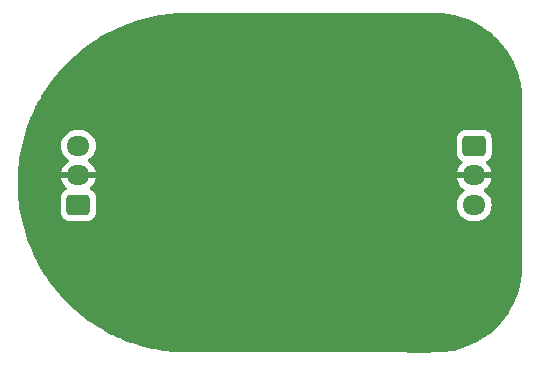
<source format=gbl>
G04 #@! TF.GenerationSoftware,KiCad,Pcbnew,7.0.2-0*
G04 #@! TF.CreationDate,2023-12-21T10:07:40-08:00*
G04 #@! TF.ProjectId,MM Skirt,4d4d2053-6b69-4727-942e-6b696361645f,rev?*
G04 #@! TF.SameCoordinates,Original*
G04 #@! TF.FileFunction,Copper,L2,Bot*
G04 #@! TF.FilePolarity,Positive*
%FSLAX46Y46*%
G04 Gerber Fmt 4.6, Leading zero omitted, Abs format (unit mm)*
G04 Created by KiCad (PCBNEW 7.0.2-0) date 2023-12-21 10:07:40*
%MOMM*%
%LPD*%
G01*
G04 APERTURE LIST*
G04 Aperture macros list*
%AMRoundRect*
0 Rectangle with rounded corners*
0 $1 Rounding radius*
0 $2 $3 $4 $5 $6 $7 $8 $9 X,Y pos of 4 corners*
0 Add a 4 corners polygon primitive as box body*
4,1,4,$2,$3,$4,$5,$6,$7,$8,$9,$2,$3,0*
0 Add four circle primitives for the rounded corners*
1,1,$1+$1,$2,$3*
1,1,$1+$1,$4,$5*
1,1,$1+$1,$6,$7*
1,1,$1+$1,$8,$9*
0 Add four rect primitives between the rounded corners*
20,1,$1+$1,$2,$3,$4,$5,0*
20,1,$1+$1,$4,$5,$6,$7,0*
20,1,$1+$1,$6,$7,$8,$9,0*
20,1,$1+$1,$8,$9,$2,$3,0*%
G04 Aperture macros list end*
G04 #@! TA.AperFunction,ComponentPad*
%ADD10RoundRect,0.250000X-0.725000X0.600000X-0.725000X-0.600000X0.725000X-0.600000X0.725000X0.600000X0*%
G04 #@! TD*
G04 #@! TA.AperFunction,ComponentPad*
%ADD11O,1.950000X1.700000*%
G04 #@! TD*
G04 #@! TA.AperFunction,ComponentPad*
%ADD12RoundRect,0.250000X0.725000X-0.600000X0.725000X0.600000X-0.725000X0.600000X-0.725000X-0.600000X0*%
G04 #@! TD*
G04 #@! TA.AperFunction,ViaPad*
%ADD13C,0.800000*%
G04 #@! TD*
G04 APERTURE END LIST*
D10*
X140191000Y-90464000D03*
D11*
X140191000Y-92964000D03*
X140191000Y-95464000D03*
D12*
X106680000Y-95464000D03*
D11*
X106680000Y-92964000D03*
X106680000Y-90464000D03*
D13*
X129590800Y-93675200D03*
X118262400Y-104343200D03*
X121970800Y-98704400D03*
X125679200Y-93014800D03*
X129336800Y-87680800D03*
X113233200Y-88290400D03*
X125679200Y-99364800D03*
X116890800Y-82346800D03*
G04 #@! TA.AperFunction,Conductor*
G36*
X131490829Y-79221103D02*
G01*
X131515492Y-79221103D01*
X132081625Y-79221103D01*
X132081629Y-79221104D01*
X132106292Y-79221104D01*
X132667787Y-79221104D01*
X132667791Y-79221106D01*
X132717115Y-79221106D01*
X133248890Y-79221107D01*
X133248894Y-79221109D01*
X133322884Y-79221109D01*
X133824517Y-79221111D01*
X133824521Y-79221113D01*
X133923175Y-79221113D01*
X134394248Y-79221116D01*
X134394252Y-79221118D01*
X134542233Y-79221119D01*
X134957662Y-79221123D01*
X134957664Y-79221124D01*
X134957665Y-79221124D01*
X135056207Y-79221128D01*
X135345918Y-79221143D01*
X135346375Y-79221144D01*
X135346376Y-79221145D01*
X135672171Y-79221263D01*
X135723395Y-79221318D01*
X135966657Y-79221578D01*
X135967255Y-79221579D01*
X135967256Y-79221580D01*
X136228874Y-79222187D01*
X136229359Y-79222189D01*
X136229360Y-79222190D01*
X136462802Y-79223191D01*
X136670178Y-79224685D01*
X136937980Y-79228058D01*
X137162030Y-79233087D01*
X137406216Y-79242872D01*
X137409702Y-79243063D01*
X137610391Y-79256944D01*
X137615188Y-79257369D01*
X137841799Y-79281927D01*
X137844693Y-79282275D01*
X137888032Y-79288012D01*
X137890502Y-79288365D01*
X138148452Y-79327944D01*
X138152819Y-79328614D01*
X138156767Y-79329285D01*
X138368917Y-79368892D01*
X138372566Y-79369631D01*
X138597925Y-79418896D01*
X138601821Y-79419814D01*
X138839129Y-79479950D01*
X138843245Y-79481071D01*
X139091381Y-79553313D01*
X139095761Y-79554677D01*
X139353687Y-79640278D01*
X139358215Y-79641879D01*
X139625437Y-79742291D01*
X139629246Y-79743797D01*
X139811110Y-79819225D01*
X139814238Y-79820574D01*
X139999680Y-79903619D01*
X140002890Y-79905112D01*
X140191034Y-79995901D01*
X140194216Y-79997493D01*
X140385067Y-80096551D01*
X140388238Y-80098258D01*
X140581375Y-80205913D01*
X140584390Y-80207649D01*
X140754785Y-80308997D01*
X140757709Y-80310792D01*
X140938321Y-80425096D01*
X140941453Y-80427145D01*
X141127083Y-80552628D01*
X141130699Y-80555072D01*
X141134000Y-80557382D01*
X141330427Y-80699676D01*
X141333864Y-80702258D01*
X141535863Y-80859547D01*
X141535983Y-80859640D01*
X141539523Y-80862502D01*
X141745909Y-81035741D01*
X141749516Y-81038890D01*
X141958684Y-81228702D01*
X141962327Y-81232145D01*
X142173162Y-81439612D01*
X142176172Y-81442677D01*
X142281242Y-81553537D01*
X142316256Y-81590480D01*
X142318671Y-81593103D01*
X142458578Y-81749490D01*
X142460968Y-81752242D01*
X142599966Y-81917117D01*
X142602312Y-81919986D01*
X142629392Y-81954136D01*
X142739898Y-82093489D01*
X142742280Y-82096592D01*
X142894673Y-82301740D01*
X142896933Y-82304884D01*
X143018202Y-82479255D01*
X143020307Y-82482382D01*
X143145783Y-82675044D01*
X143147970Y-82678526D01*
X143275588Y-82889452D01*
X143277810Y-82893277D01*
X143405634Y-83122635D01*
X143407848Y-83126791D01*
X143533933Y-83374725D01*
X143536099Y-83379205D01*
X143658693Y-83646283D01*
X143660426Y-83650238D01*
X143738893Y-83838182D01*
X143740225Y-83841509D01*
X143815744Y-84038194D01*
X143817010Y-84041643D01*
X143888926Y-84246950D01*
X143890108Y-84250494D01*
X143957797Y-84464343D01*
X143958901Y-84468028D01*
X144021898Y-84690856D01*
X144022706Y-84693859D01*
X144071632Y-84885114D01*
X144072461Y-84888557D01*
X144124694Y-85120115D01*
X144133185Y-85157754D01*
X144134228Y-85162881D01*
X144180956Y-85420159D01*
X144181850Y-85425824D01*
X144216600Y-85684746D01*
X144217205Y-85690148D01*
X144241837Y-85964414D01*
X144242120Y-85968230D01*
X144253769Y-86166427D01*
X144262190Y-86382282D01*
X144267792Y-86617481D01*
X144271101Y-86875902D01*
X144272636Y-87161025D01*
X144272922Y-87477442D01*
X144272480Y-87827368D01*
X144272480Y-87827369D01*
X144271832Y-88215733D01*
X144271832Y-88215734D01*
X144271593Y-88425358D01*
X144271593Y-88425359D01*
X144271500Y-88645900D01*
X144271500Y-88645901D01*
X144271499Y-88989208D01*
X144271499Y-90757104D01*
X144271500Y-90757114D01*
X144271500Y-93160263D01*
X144271501Y-93160273D01*
X144271501Y-93452218D01*
X144271501Y-93795526D01*
X144271501Y-93795527D01*
X144271501Y-94138835D01*
X144271500Y-94482143D01*
X144271500Y-94482144D01*
X144271500Y-94825452D01*
X144271500Y-95168760D01*
X144271499Y-95512068D01*
X144271499Y-95512069D01*
X144271499Y-95855377D01*
X144271498Y-96198685D01*
X144271498Y-96198686D01*
X144271498Y-96541994D01*
X144271497Y-96885302D01*
X144271497Y-96885303D01*
X144271496Y-97228610D01*
X144271496Y-97228611D01*
X144271494Y-97571919D01*
X144271494Y-97571920D01*
X144271493Y-97915227D01*
X144271493Y-97915228D01*
X144271492Y-98258536D01*
X144271492Y-98258537D01*
X144271490Y-98601844D01*
X144271490Y-98601845D01*
X144271488Y-98945153D01*
X144271488Y-98945154D01*
X144271486Y-99288461D01*
X144271486Y-99288462D01*
X144271484Y-99631770D01*
X144271484Y-99631771D01*
X144271457Y-99904787D01*
X144271457Y-99904788D01*
X144271281Y-100140233D01*
X144271281Y-100140234D01*
X144270805Y-100342604D01*
X144269447Y-100568129D01*
X144266087Y-100793375D01*
X144261665Y-100921611D01*
X144258773Y-101005453D01*
X144258559Y-101009607D01*
X144244031Y-101222503D01*
X144243832Y-101225041D01*
X144241197Y-101254682D01*
X144213598Y-101510008D01*
X144213120Y-101513857D01*
X144183964Y-101722197D01*
X144183394Y-101725867D01*
X144145264Y-101949336D01*
X144144525Y-101953281D01*
X144096117Y-102190420D01*
X144095186Y-102194612D01*
X144035131Y-102444338D01*
X144033984Y-102448749D01*
X143960950Y-102709836D01*
X143959565Y-102714441D01*
X143872057Y-102986182D01*
X143870711Y-102990133D01*
X143803960Y-103175756D01*
X143802742Y-103179000D01*
X143728493Y-103368657D01*
X143727147Y-103371955D01*
X143645118Y-103564962D01*
X143643640Y-103568301D01*
X143553410Y-103764360D01*
X143551798Y-103767729D01*
X143453056Y-103966307D01*
X143451223Y-103969849D01*
X143329708Y-104195699D01*
X143327800Y-104199116D01*
X143221606Y-104382384D01*
X143219683Y-104385589D01*
X143099379Y-104579492D01*
X143097196Y-104582887D01*
X142962063Y-104785647D01*
X142959606Y-104789197D01*
X142808865Y-104999153D01*
X142806122Y-105002828D01*
X142638939Y-105218389D01*
X142635900Y-105222154D01*
X142451165Y-105442061D01*
X142448408Y-105445231D01*
X142315750Y-105592700D01*
X142313381Y-105595261D01*
X142172185Y-105743606D01*
X142169674Y-105746169D01*
X142019965Y-105894612D01*
X142017314Y-105897164D01*
X141858792Y-106045280D01*
X141856004Y-106047807D01*
X141688572Y-106194988D01*
X141685599Y-106197520D01*
X141492353Y-106356809D01*
X141489355Y-106359203D01*
X141323774Y-106487297D01*
X141320800Y-106489527D01*
X141136872Y-106623196D01*
X141133558Y-106625523D01*
X140931248Y-106762687D01*
X140927604Y-106765065D01*
X140706898Y-106903653D01*
X140702924Y-106906046D01*
X140463582Y-107044131D01*
X140459280Y-107046501D01*
X140200754Y-107182305D01*
X140196938Y-107184226D01*
X140014801Y-107272033D01*
X140011579Y-107273530D01*
X139820536Y-107358976D01*
X139817173Y-107360421D01*
X139617650Y-107442682D01*
X139614158Y-107444060D01*
X139406124Y-107522548D01*
X139402504Y-107523850D01*
X139185533Y-107598107D01*
X139182533Y-107599092D01*
X138944315Y-107673902D01*
X138941342Y-107674795D01*
X138719110Y-107738518D01*
X138715223Y-107739564D01*
X138503116Y-107792999D01*
X138498506Y-107794067D01*
X138289990Y-107838211D01*
X138285008Y-107839160D01*
X138073391Y-107874990D01*
X138068480Y-107875721D01*
X137847096Y-107904141D01*
X137842656Y-107904630D01*
X137604871Y-107926485D01*
X137601158Y-107926770D01*
X137340563Y-107942849D01*
X137337671Y-107942993D01*
X137046994Y-107954122D01*
X136720265Y-107961060D01*
X136352687Y-107964601D01*
X136151799Y-107965362D01*
X135938120Y-107965593D01*
X135711313Y-107965400D01*
X135711312Y-107965400D01*
X135470273Y-107964888D01*
X135470272Y-107964888D01*
X135214332Y-107964164D01*
X135214331Y-107964164D01*
X134942707Y-107963333D01*
X134942706Y-107963333D01*
X134654616Y-107962503D01*
X134654615Y-107962503D01*
X134349274Y-107961779D01*
X134349273Y-107961779D01*
X134025899Y-107961268D01*
X133683710Y-107961076D01*
X133683513Y-107961076D01*
X133683512Y-107961076D01*
X133683511Y-107961076D01*
X133384348Y-107961077D01*
X133384347Y-107961077D01*
X133096266Y-107961079D01*
X133096265Y-107961079D01*
X132817993Y-107961081D01*
X132817992Y-107961081D01*
X132548257Y-107961083D01*
X132548256Y-107961083D01*
X132285786Y-107961085D01*
X132285785Y-107961085D01*
X132029306Y-107961087D01*
X132029305Y-107961087D01*
X131777545Y-107961089D01*
X131777544Y-107961089D01*
X131529230Y-107961091D01*
X131529229Y-107961091D01*
X131283090Y-107961094D01*
X131283089Y-107961094D01*
X131037851Y-107961096D01*
X131037850Y-107961096D01*
X130792241Y-107961098D01*
X130792240Y-107961098D01*
X130544987Y-107961101D01*
X130544986Y-107961101D01*
X130294816Y-107961104D01*
X130294815Y-107961104D01*
X130040457Y-107961106D01*
X130040456Y-107961106D01*
X129780637Y-107961109D01*
X129780636Y-107961109D01*
X129514083Y-107961113D01*
X129514082Y-107961113D01*
X129243784Y-107961116D01*
X129243783Y-107961116D01*
X128970478Y-107961119D01*
X128970477Y-107961119D01*
X128694473Y-107961123D01*
X128694472Y-107961123D01*
X128416077Y-107961126D01*
X128416076Y-107961126D01*
X128416072Y-107961126D01*
X128135599Y-107961129D01*
X128135598Y-107961130D01*
X128135597Y-107961130D01*
X128135591Y-107961130D01*
X127853346Y-107961133D01*
X127853345Y-107961134D01*
X127853344Y-107961134D01*
X127853338Y-107961134D01*
X127569626Y-107961137D01*
X127569625Y-107961138D01*
X127569624Y-107961138D01*
X127569617Y-107961138D01*
X127284748Y-107961141D01*
X127284747Y-107961142D01*
X127284746Y-107961142D01*
X127284740Y-107961142D01*
X126999020Y-107961145D01*
X126999019Y-107961146D01*
X126999018Y-107961146D01*
X126999011Y-107961146D01*
X126712750Y-107961149D01*
X126712749Y-107961150D01*
X126712748Y-107961150D01*
X126712739Y-107961150D01*
X126426247Y-107961154D01*
X126426246Y-107961155D01*
X126426245Y-107961155D01*
X126426239Y-107961155D01*
X126139818Y-107961158D01*
X126139817Y-107961159D01*
X126139816Y-107961159D01*
X126139807Y-107961159D01*
X125853772Y-107961163D01*
X125853771Y-107961164D01*
X125853770Y-107961164D01*
X125853764Y-107961164D01*
X125568418Y-107961167D01*
X125568417Y-107961168D01*
X125568416Y-107961168D01*
X125568408Y-107961168D01*
X125284062Y-107961172D01*
X125284061Y-107961173D01*
X125284060Y-107961173D01*
X125284054Y-107961173D01*
X125001014Y-107961176D01*
X125001013Y-107961177D01*
X125001012Y-107961177D01*
X125001004Y-107961177D01*
X124719582Y-107961181D01*
X124719581Y-107961182D01*
X124719580Y-107961182D01*
X124719573Y-107961182D01*
X124440074Y-107961185D01*
X124440073Y-107961186D01*
X124440072Y-107961186D01*
X124440064Y-107961186D01*
X124162798Y-107961190D01*
X124162797Y-107961191D01*
X124162796Y-107961191D01*
X124162788Y-107961191D01*
X123888063Y-107961195D01*
X123888062Y-107961196D01*
X123888061Y-107961196D01*
X123888055Y-107961196D01*
X123616176Y-107961199D01*
X123616175Y-107961200D01*
X123616174Y-107961200D01*
X123616165Y-107961200D01*
X123347445Y-107961204D01*
X123347444Y-107961205D01*
X123347443Y-107961205D01*
X123347436Y-107961205D01*
X123082180Y-107961208D01*
X123082179Y-107961209D01*
X123082178Y-107961209D01*
X123082169Y-107961209D01*
X122820688Y-107961213D01*
X122820687Y-107961214D01*
X122820686Y-107961214D01*
X122820679Y-107961214D01*
X122563278Y-107961217D01*
X122563277Y-107961218D01*
X122563276Y-107961218D01*
X122563267Y-107961218D01*
X122310257Y-107961222D01*
X122310256Y-107961223D01*
X122310255Y-107961223D01*
X122310248Y-107961223D01*
X122061935Y-107961226D01*
X122061933Y-107961227D01*
X122061932Y-107961227D01*
X122061920Y-107961227D01*
X121818617Y-107961231D01*
X121818616Y-107961232D01*
X121818615Y-107961232D01*
X121818608Y-107961232D01*
X121580615Y-107961235D01*
X121580614Y-107961236D01*
X121580613Y-107961236D01*
X121580606Y-107961236D01*
X121348235Y-107961239D01*
X121348234Y-107961240D01*
X121348233Y-107961240D01*
X121348226Y-107961240D01*
X121121787Y-107961243D01*
X121121785Y-107961244D01*
X121121784Y-107961244D01*
X121121772Y-107961244D01*
X120901576Y-107961248D01*
X120901575Y-107961249D01*
X120901574Y-107961249D01*
X120437729Y-107961257D01*
X120437728Y-107961257D01*
X120001277Y-107961260D01*
X119591210Y-107961257D01*
X119206541Y-107961241D01*
X118846466Y-107961210D01*
X118510088Y-107961160D01*
X118196508Y-107961087D01*
X117904826Y-107960987D01*
X117634145Y-107960858D01*
X117383566Y-107960693D01*
X117152191Y-107960491D01*
X116939121Y-107960248D01*
X116564298Y-107959621D01*
X116251914Y-107958782D01*
X116251913Y-107958782D01*
X115994701Y-107957702D01*
X115785534Y-107956350D01*
X115672627Y-107955122D01*
X115546389Y-107953749D01*
X115540507Y-107953622D01*
X115329816Y-107949077D01*
X115327175Y-107948992D01*
X115139135Y-107940919D01*
X115136470Y-107940776D01*
X114828916Y-107920932D01*
X114826227Y-107920729D01*
X114514067Y-107893761D01*
X114511348Y-107893496D01*
X114194993Y-107859128D01*
X114192238Y-107858797D01*
X113871932Y-107816730D01*
X113869145Y-107816332D01*
X113545169Y-107766275D01*
X113542348Y-107765806D01*
X113214884Y-107707450D01*
X113212032Y-107706907D01*
X112881551Y-107639994D01*
X112878667Y-107639374D01*
X112545308Y-107563583D01*
X112542396Y-107562884D01*
X112206534Y-107477943D01*
X112203596Y-107477162D01*
X111865422Y-107382758D01*
X111862460Y-107381891D01*
X111522329Y-107277749D01*
X111519347Y-107276795D01*
X111177412Y-107162583D01*
X111174463Y-107161555D01*
X110831182Y-107037039D01*
X110828225Y-107035923D01*
X110483774Y-106900774D01*
X110480757Y-106899544D01*
X110161938Y-106764684D01*
X110135459Y-106753483D01*
X110132450Y-106752163D01*
X109851465Y-106624401D01*
X109786443Y-106594835D01*
X109783744Y-106593569D01*
X109568115Y-106489186D01*
X109507756Y-106459967D01*
X109505370Y-106458780D01*
X109309868Y-106358872D01*
X109227574Y-106316816D01*
X109225229Y-106315586D01*
X109039453Y-106215454D01*
X108946159Y-106165169D01*
X108943745Y-106163833D01*
X108663700Y-106004747D01*
X108661277Y-106003334D01*
X108479585Y-105894612D01*
X108380822Y-105835514D01*
X108378406Y-105834030D01*
X108097792Y-105657234D01*
X108095360Y-105655662D01*
X107814991Y-105469736D01*
X107812558Y-105468080D01*
X107532805Y-105272848D01*
X107530374Y-105271108D01*
X107251607Y-105066395D01*
X107249221Y-105064598D01*
X106971836Y-104850246D01*
X106969439Y-104848345D01*
X106693809Y-104624182D01*
X106691405Y-104622176D01*
X106417913Y-104388035D01*
X106415526Y-104385938D01*
X106144555Y-104141653D01*
X106142192Y-104139466D01*
X105961746Y-103968090D01*
X105874085Y-103884835D01*
X105871758Y-103882566D01*
X105755696Y-103766380D01*
X105606974Y-103617498D01*
X105604671Y-103615131D01*
X105343364Y-103339226D01*
X105341292Y-103336983D01*
X105128096Y-103100474D01*
X105126249Y-103098378D01*
X104915982Y-102854277D01*
X104914169Y-102852124D01*
X104707188Y-102600509D01*
X104705411Y-102598297D01*
X104502093Y-102339274D01*
X104500351Y-102337002D01*
X104300998Y-102070588D01*
X104299293Y-102068253D01*
X104214561Y-101949336D01*
X104104188Y-101794432D01*
X104102574Y-101792108D01*
X103912133Y-101511059D01*
X103910547Y-101508658D01*
X103725001Y-101220279D01*
X103723433Y-101217776D01*
X103596470Y-101009607D01*
X103543238Y-100922327D01*
X103541700Y-100919735D01*
X103468792Y-100793377D01*
X103367021Y-100616997D01*
X103365536Y-100614347D01*
X103340368Y-100568139D01*
X103276915Y-100451639D01*
X103196843Y-100304625D01*
X103195401Y-100301897D01*
X103151335Y-100215968D01*
X103032913Y-99985044D01*
X103031537Y-99982277D01*
X102875621Y-99658420D01*
X102874289Y-99655561D01*
X102725247Y-99324710D01*
X102723975Y-99321787D01*
X102582118Y-98983949D01*
X102580910Y-98980963D01*
X102566957Y-98945154D01*
X102446554Y-98636161D01*
X102445503Y-98633362D01*
X102434102Y-98601844D01*
X102334823Y-98327379D01*
X102333888Y-98324696D01*
X102229445Y-98013855D01*
X102228565Y-98011135D01*
X102130539Y-97695466D01*
X102129718Y-97692707D01*
X102038400Y-97372578D01*
X102037637Y-97369780D01*
X101953199Y-97045177D01*
X101952497Y-97042341D01*
X101875178Y-96713491D01*
X101874559Y-96710709D01*
X101804545Y-96377617D01*
X101803989Y-96374804D01*
X101741522Y-96037716D01*
X101741016Y-96034783D01*
X101686339Y-95693988D01*
X101685897Y-95691002D01*
X101661641Y-95512068D01*
X101639181Y-95346389D01*
X101638825Y-95343491D01*
X101600306Y-94995309D01*
X101600007Y-94992257D01*
X101585725Y-94825452D01*
X101569902Y-94640651D01*
X101569678Y-94637581D01*
X101548203Y-94282674D01*
X101548059Y-94279643D01*
X101535429Y-93921577D01*
X101535359Y-93918464D01*
X101534535Y-93835077D01*
X101531791Y-93557361D01*
X101531799Y-93554308D01*
X101537513Y-93190270D01*
X101537597Y-93187306D01*
X101551514Y-92844839D01*
X101551663Y-92842021D01*
X101573845Y-92499892D01*
X101574072Y-92496949D01*
X101604475Y-92155466D01*
X101604774Y-92152506D01*
X101611524Y-92092918D01*
X101643395Y-91811568D01*
X101643746Y-91808774D01*
X101690536Y-91468759D01*
X101690962Y-91465911D01*
X101745903Y-91126926D01*
X101746386Y-91124162D01*
X101809429Y-90786531D01*
X101809989Y-90783716D01*
X101877636Y-90463999D01*
X105199340Y-90463999D01*
X105219936Y-90699407D01*
X105281097Y-90927663D01*
X105380965Y-91141829D01*
X105516505Y-91335401D01*
X105683598Y-91502494D01*
X105841032Y-91612730D01*
X105884657Y-91667307D01*
X105891851Y-91736805D01*
X105860328Y-91799160D01*
X105841033Y-91815880D01*
X105683918Y-91925893D01*
X105516893Y-92092918D01*
X105381399Y-92286423D01*
X105281569Y-92500507D01*
X105224364Y-92713999D01*
X105224364Y-92714000D01*
X106276031Y-92714000D01*
X106243481Y-92764649D01*
X106205000Y-92895705D01*
X106205000Y-93032295D01*
X106243481Y-93163351D01*
X106276031Y-93214000D01*
X105224364Y-93214000D01*
X105281569Y-93427492D01*
X105381400Y-93641578D01*
X105516890Y-93835078D01*
X105664143Y-93982331D01*
X105697628Y-94043654D01*
X105692644Y-94113346D01*
X105650772Y-94169279D01*
X105641559Y-94175551D01*
X105486341Y-94271289D01*
X105362288Y-94395342D01*
X105270186Y-94544665D01*
X105215000Y-94711202D01*
X105204819Y-94810858D01*
X105204817Y-94810878D01*
X105204500Y-94813991D01*
X105204500Y-94817138D01*
X105204500Y-94817139D01*
X105204500Y-96110859D01*
X105204500Y-96110878D01*
X105204501Y-96114008D01*
X105204820Y-96117140D01*
X105204821Y-96117141D01*
X105215000Y-96216796D01*
X105270186Y-96383334D01*
X105362288Y-96532657D01*
X105486342Y-96656711D01*
X105486344Y-96656712D01*
X105635666Y-96748814D01*
X105747016Y-96785712D01*
X105802202Y-96803999D01*
X105901858Y-96814180D01*
X105901859Y-96814180D01*
X105904991Y-96814500D01*
X107455008Y-96814499D01*
X107557797Y-96803999D01*
X107724334Y-96748814D01*
X107873656Y-96656712D01*
X107997712Y-96532656D01*
X108089814Y-96383334D01*
X108144999Y-96216797D01*
X108155500Y-96114009D01*
X108155499Y-95463999D01*
X138710340Y-95463999D01*
X138730936Y-95699407D01*
X138772728Y-95855377D01*
X138792097Y-95927663D01*
X138891965Y-96141829D01*
X139027505Y-96335401D01*
X139194599Y-96502495D01*
X139388171Y-96638035D01*
X139602337Y-96737903D01*
X139830592Y-96799063D01*
X140007034Y-96814500D01*
X140009742Y-96814500D01*
X140372258Y-96814500D01*
X140374966Y-96814500D01*
X140551408Y-96799063D01*
X140779663Y-96737903D01*
X140993829Y-96638035D01*
X141187401Y-96502495D01*
X141354495Y-96335401D01*
X141490035Y-96141830D01*
X141589903Y-95927663D01*
X141651063Y-95699408D01*
X141671659Y-95464000D01*
X141651063Y-95228592D01*
X141589903Y-95000337D01*
X141490035Y-94786171D01*
X141354495Y-94592599D01*
X141187401Y-94425505D01*
X141029966Y-94315268D01*
X140986343Y-94260692D01*
X140979150Y-94191193D01*
X141010672Y-94128839D01*
X141029968Y-94112119D01*
X141187078Y-94002109D01*
X141354106Y-93835081D01*
X141489600Y-93641576D01*
X141589430Y-93427492D01*
X141646636Y-93214000D01*
X140594969Y-93214000D01*
X140627519Y-93163351D01*
X140666000Y-93032295D01*
X140666000Y-92895705D01*
X140627519Y-92764649D01*
X140594969Y-92714000D01*
X141646636Y-92714000D01*
X141646635Y-92713999D01*
X141589430Y-92500507D01*
X141489599Y-92286421D01*
X141354109Y-92092921D01*
X141206856Y-91945668D01*
X141173371Y-91884345D01*
X141178355Y-91814653D01*
X141220227Y-91758720D01*
X141229441Y-91752448D01*
X141235331Y-91748814D01*
X141235334Y-91748814D01*
X141384656Y-91656712D01*
X141508712Y-91532656D01*
X141600814Y-91383334D01*
X141655999Y-91216797D01*
X141666500Y-91114009D01*
X141666499Y-89813992D01*
X141655999Y-89711203D01*
X141600814Y-89544666D01*
X141508712Y-89395344D01*
X141508711Y-89395342D01*
X141384657Y-89271288D01*
X141235334Y-89179186D01*
X141068797Y-89124000D01*
X140969141Y-89113819D01*
X140969122Y-89113818D01*
X140966009Y-89113500D01*
X140962860Y-89113500D01*
X139419140Y-89113500D01*
X139419120Y-89113500D01*
X139415992Y-89113501D01*
X139412860Y-89113820D01*
X139412858Y-89113821D01*
X139313203Y-89124000D01*
X139146665Y-89179186D01*
X138997342Y-89271288D01*
X138873288Y-89395342D01*
X138781186Y-89544665D01*
X138726000Y-89711202D01*
X138715819Y-89810858D01*
X138715817Y-89810878D01*
X138715500Y-89813991D01*
X138715500Y-89817138D01*
X138715500Y-89817139D01*
X138715500Y-91110859D01*
X138715500Y-91110878D01*
X138715501Y-91114008D01*
X138715820Y-91117140D01*
X138715821Y-91117141D01*
X138726000Y-91216796D01*
X138781186Y-91383334D01*
X138873288Y-91532657D01*
X138997342Y-91656711D01*
X138997344Y-91656712D01*
X139128976Y-91737903D01*
X139152558Y-91752448D01*
X139199283Y-91804396D01*
X139210506Y-91873358D01*
X139182663Y-91937440D01*
X139175144Y-91945668D01*
X139027890Y-92092922D01*
X138892399Y-92286423D01*
X138792569Y-92500507D01*
X138735364Y-92713999D01*
X138735364Y-92714000D01*
X139787031Y-92714000D01*
X139754481Y-92764649D01*
X139716000Y-92895705D01*
X139716000Y-93032295D01*
X139754481Y-93163351D01*
X139787031Y-93214000D01*
X138735364Y-93214000D01*
X138792569Y-93427492D01*
X138892400Y-93641578D01*
X139027890Y-93835078D01*
X139194921Y-94002109D01*
X139352032Y-94112119D01*
X139395657Y-94166696D01*
X139402851Y-94236194D01*
X139371328Y-94298549D01*
X139352033Y-94315268D01*
X139237677Y-94395342D01*
X139194595Y-94425508D01*
X139027508Y-94592595D01*
X139027505Y-94592598D01*
X139027505Y-94592599D01*
X138944459Y-94711202D01*
X138891964Y-94786172D01*
X138792097Y-95000337D01*
X138730936Y-95228592D01*
X138710340Y-95463999D01*
X108155499Y-95463999D01*
X108155499Y-94813992D01*
X108144999Y-94711203D01*
X108089814Y-94544666D01*
X107997712Y-94395344D01*
X107997711Y-94395342D01*
X107873657Y-94271288D01*
X107718441Y-94175551D01*
X107671716Y-94123603D01*
X107660493Y-94054641D01*
X107688336Y-93990558D01*
X107695856Y-93982330D01*
X107843109Y-93835077D01*
X107978600Y-93641576D01*
X108078430Y-93427492D01*
X108135636Y-93214000D01*
X107083969Y-93214000D01*
X107116519Y-93163351D01*
X107155000Y-93032295D01*
X107155000Y-92895705D01*
X107116519Y-92764649D01*
X107083969Y-92714000D01*
X108135636Y-92714000D01*
X108135635Y-92713999D01*
X108078430Y-92500507D01*
X107978599Y-92286421D01*
X107843109Y-92092921D01*
X107676078Y-91925890D01*
X107518967Y-91815880D01*
X107475342Y-91761303D01*
X107468148Y-91691805D01*
X107499671Y-91629450D01*
X107518960Y-91612735D01*
X107676401Y-91502495D01*
X107843495Y-91335401D01*
X107979035Y-91141830D01*
X108078903Y-90927663D01*
X108140063Y-90699408D01*
X108160659Y-90464000D01*
X108140063Y-90228592D01*
X108078903Y-90000337D01*
X107979035Y-89786171D01*
X107843495Y-89592599D01*
X107676401Y-89425505D01*
X107482829Y-89289965D01*
X107268663Y-89190097D01*
X107040407Y-89128936D01*
X106866667Y-89113736D01*
X106866659Y-89113735D01*
X106863966Y-89113500D01*
X106496034Y-89113500D01*
X106493341Y-89113735D01*
X106493332Y-89113736D01*
X106319592Y-89128936D01*
X106091336Y-89190097D01*
X105877170Y-89289965D01*
X105683598Y-89425505D01*
X105516508Y-89592595D01*
X105516505Y-89592598D01*
X105516505Y-89592599D01*
X105389812Y-89773536D01*
X105380964Y-89786172D01*
X105281097Y-90000337D01*
X105219936Y-90228592D01*
X105199340Y-90463999D01*
X101877636Y-90463999D01*
X101881109Y-90447583D01*
X101881733Y-90444799D01*
X101960891Y-90110396D01*
X101961567Y-90107686D01*
X102048764Y-89775092D01*
X102049519Y-89772346D01*
X102144693Y-89441880D01*
X102145518Y-89439140D01*
X102248612Y-89111080D01*
X102249511Y-89108334D01*
X102360524Y-88782760D01*
X102361520Y-88779956D01*
X102480370Y-88457225D01*
X102481432Y-88454442D01*
X102608186Y-88134474D01*
X102609268Y-88131837D01*
X102743889Y-87814866D01*
X102745056Y-87812210D01*
X102886647Y-87500209D01*
X102887879Y-87497580D01*
X103037030Y-87188992D01*
X103038351Y-87186342D01*
X103194922Y-86881400D01*
X103196316Y-86878764D01*
X103197815Y-86876011D01*
X103360213Y-86577607D01*
X103361656Y-86575029D01*
X103472637Y-86382268D01*
X103532804Y-86277764D01*
X103534305Y-86275230D01*
X103712566Y-85982083D01*
X103714053Y-85979701D01*
X103899307Y-85690858D01*
X103900922Y-85688406D01*
X104093088Y-85403993D01*
X104094725Y-85401631D01*
X104293635Y-85121909D01*
X104295333Y-85119579D01*
X104500957Y-84844600D01*
X104502719Y-84842304D01*
X104714834Y-84572391D01*
X104716641Y-84570147D01*
X104935333Y-84305226D01*
X104937143Y-84303087D01*
X105162097Y-84043579D01*
X105163989Y-84041449D01*
X105395199Y-83787405D01*
X105397158Y-83785305D01*
X105634447Y-83536969D01*
X105636542Y-83534830D01*
X105879802Y-83292362D01*
X105881848Y-83290371D01*
X106131044Y-83053828D01*
X106133189Y-83051840D01*
X106388090Y-82821395D01*
X106390293Y-82819452D01*
X106650654Y-82595280D01*
X106652839Y-82593445D01*
X106918561Y-82375597D01*
X106920791Y-82373813D01*
X107191740Y-82162376D01*
X107194042Y-82160624D01*
X107470007Y-81955744D01*
X107472340Y-81954055D01*
X107753166Y-81755836D01*
X107755553Y-81754194D01*
X108040957Y-81562822D01*
X108043387Y-81561234D01*
X108333459Y-81376653D01*
X108335891Y-81375146D01*
X108630276Y-81197586D01*
X108632700Y-81196164D01*
X108931213Y-81025747D01*
X108933731Y-81024349D01*
X109236336Y-80861110D01*
X109238831Y-80859803D01*
X109545286Y-80703895D01*
X109547832Y-80702640D01*
X109857878Y-80554219D01*
X109860467Y-80553017D01*
X110174171Y-80412082D01*
X110176740Y-80410966D01*
X110493650Y-80277760D01*
X110496397Y-80276645D01*
X110816244Y-80151288D01*
X110818960Y-80150263D01*
X111141758Y-80032718D01*
X111144513Y-80031752D01*
X111470031Y-79922067D01*
X111472742Y-79921189D01*
X111800969Y-79819341D01*
X111803695Y-79818531D01*
X112080147Y-79739991D01*
X112134200Y-79724635D01*
X112137062Y-79723858D01*
X112469715Y-79637926D01*
X112472459Y-79637252D01*
X112807060Y-79559326D01*
X112809933Y-79558693D01*
X113146335Y-79488797D01*
X113149170Y-79488244D01*
X113487175Y-79426421D01*
X113489959Y-79425946D01*
X113829295Y-79372246D01*
X113832200Y-79371822D01*
X114172608Y-79326289D01*
X114175540Y-79325932D01*
X114516974Y-79288587D01*
X114519907Y-79288302D01*
X114862178Y-79259184D01*
X114865088Y-79258972D01*
X115207825Y-79238131D01*
X115210782Y-79237988D01*
X115553917Y-79225456D01*
X115556782Y-79225385D01*
X115901640Y-79221183D01*
X116465813Y-79221183D01*
X116517169Y-79221183D01*
X116517172Y-79221181D01*
X117036181Y-79221181D01*
X117087538Y-79221181D01*
X117087541Y-79221179D01*
X117612402Y-79221179D01*
X117663759Y-79221179D01*
X117663763Y-79221177D01*
X118142698Y-79221176D01*
X118245412Y-79221176D01*
X118245416Y-79221174D01*
X118729366Y-79221173D01*
X118832080Y-79221173D01*
X118832085Y-79221171D01*
X119269268Y-79221169D01*
X119423341Y-79221169D01*
X119423346Y-79221167D01*
X119864703Y-79221165D01*
X120018776Y-79221165D01*
X120018781Y-79221163D01*
X120463893Y-79221161D01*
X120617966Y-79221161D01*
X120617971Y-79221159D01*
X121066420Y-79221157D01*
X121220490Y-79221157D01*
X121220495Y-79221155D01*
X121620499Y-79221153D01*
X121825931Y-79221152D01*
X121825936Y-79221150D01*
X122279795Y-79221148D01*
X122433865Y-79221148D01*
X122433870Y-79221146D01*
X122838448Y-79221144D01*
X123043877Y-79221143D01*
X123043882Y-79221141D01*
X123450116Y-79221139D01*
X123655545Y-79221138D01*
X123655550Y-79221136D01*
X124063020Y-79221134D01*
X124268452Y-79221133D01*
X124268457Y-79221131D01*
X124728103Y-79221129D01*
X124882173Y-79221129D01*
X124882178Y-79221127D01*
X125290862Y-79221125D01*
X125496294Y-79221124D01*
X125496299Y-79221122D01*
X125956319Y-79221120D01*
X126110392Y-79221120D01*
X126110397Y-79221118D01*
X126569975Y-79221116D01*
X126724048Y-79221116D01*
X126724052Y-79221114D01*
X127234129Y-79221113D01*
X127336843Y-79221113D01*
X127336847Y-79221111D01*
X127845643Y-79221110D01*
X127948357Y-79221110D01*
X127948361Y-79221108D01*
X128455457Y-79221107D01*
X128558171Y-79221107D01*
X128558175Y-79221105D01*
X129114509Y-79221105D01*
X129165866Y-79221105D01*
X129165869Y-79221103D01*
X129719663Y-79221103D01*
X129771018Y-79221103D01*
X129771027Y-79221102D01*
X130321857Y-79221102D01*
X130920475Y-79221102D01*
X131490825Y-79221102D01*
X131490829Y-79221103D01*
G37*
G04 #@! TD.AperFunction*
M02*

</source>
